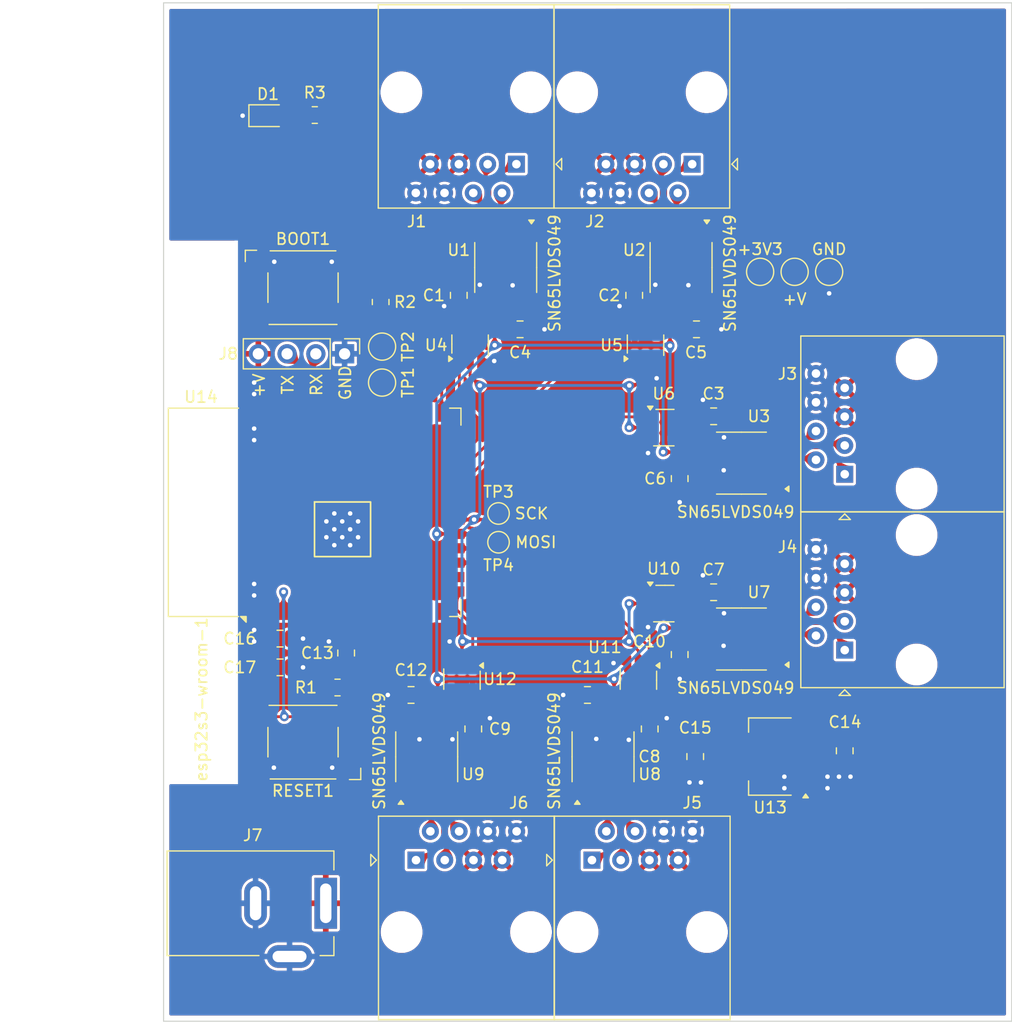
<source format=kicad_pcb>
(kicad_pcb (version 20241229) (generator "pcbnew") (generator_version "9.0")
  (layers (0 "F.Cu" signal) (2 "B.Cu" signal) (13 "F.Paste" user) (15 "B.Paste" user) (5 "F.SilkS" user "F.Silkscreen") (7 "B.SilkS" user "B.Silkscreen") (1 "F.Mask" user) (3 "B.Mask" user) (25 "Edge.Cuts" user))
  (net 0 "")
  (net 1 "+3V3")
  (net 2 "GND")
  (net 3 "Net-(D1-A)")
  (net 4 "/Dout_P")
  (net 5 "/Cout_N")
  (net 6 "/Cout_P")
  (net 9 "+12V")
  (net 10 "/Dout_N")
  (net 11 "/Dout_P2")
  (net 12 "/Cout_P2")
  (net 13 "/Dout_N2")
  (net 14 "/Cout_N2")
  (net 15 "/MOSI")
  (net 16 "/SCK")
  (net 17 "Net-(U2-DIN1)")
  (net 22 "/Dout_P3")
  (net 23 "/Cout_P3")
  (net 24 "/CS0")
  (net 25 "/CS1")
  (net 26 "/CS2")
  (net 27 "/CS3")
  (net 28 "/CS4")
  (net 29 "/CS5")
  (net 30 "/Cout_N3")
  (net 31 "/Dout_N3")
  (net 32 "/Cout_P4")
  (net 33 "/Dout_P4")
  (net 34 "/Dout_N4")
  (net 35 "/Cout_N4")
  (net 36 "/Dout_N5")
  (net 37 "/Dout_P5")
  (net 38 "/Cout_P5")
  (net 39 "/Cout_N5")
  (net 40 "/Cout_N6")
  (net 41 "/Cout_P6")
  (net 42 "/Dout_P6")
  (net 43 "/Dout_N6")
  (net 48 "Net-(U1-DIN1)")
  (net 55 "Net-(U7-DIN1)")
  (net 58 "Net-(U14-IO0)")
  (net 59 "Net-(U14-EN)")
  (net 60 "Net-(J8-Pin_2)")
  (net 61 "Net-(J8-Pin_3)")
  (net 65 "Net-(U3-DIN1)")
  (net 71 "Net-(U8-DIN1)")
  (net 82 "Net-(U9-DIN1)")
  (net 85 "Net-(U14-IO38)")
  (net 100 "Net-(U14-IO39)")
  (footprint "TestPoint:TestPoint_Pad_D2.0mm" (layer "F.Cu") (at 170.815 80.137)
    (property "Reference" "GND")
    (property "Value" "TestPoint_Pad_D2.0mm")
  )
  (footprint "Capacitor_SMD:C_0805_2012Metric" (layer "F.Cu") (at 158.984 122.936 -90)
    (property "Reference" "C15")
    (property "Value" "22uF")
  )
  (footprint "Capacitor_SMD:C_0805_2012Metric" (layer "F.Cu") (at 160.61 108.4295 180)
    (property "Reference" "C7")
    (property "Value" "100nF")
  )
  (footprint "Capacitor_SMD:C_0805_2012Metric" (layer "F.Cu") (at 154.9625 120.498 90)
    (property "Reference" "C8")
    (property "Value" "100nF")
  )
  (footprint "Capacitor_SMD:C_0805_2012Metric" (layer "F.Cu") (at 138.094 82.214 -90)
    (property "Reference" "C1")
    (property "Value" "100nF")
  )
  (footprint "Connector_RJ:RJ45_Amphenol_54602-x08_Horizontal" (layer "F.Cu") (at 172.192 98.0085 90)
    (property "Reference" "J3")
    (property "Value" "RJ45")
  )
  (footprint "Capacitor_SMD:C_0805_2012Metric" (layer "F.Cu") (at 143.51 85.214)
    (property "Reference" "C4")
    (property "Value" "4nF")
  )
  (footprint "Capacitor_SMD:C_0805_2012Metric" (layer "F.Cu") (at 159.094 85.214)
    (property "Reference" "C5")
    (property "Value" "4nF")
  )
  (footprint "Package_TO_SOT_SMD:SOT-23-5_HandSoldering" (layer "F.Cu") (at 156.21 93.894)
    (property "Reference" "U6")
    (property "Value" "74AHC1G08")
  )
  (footprint "Button_Switch_SMD:SW_SPST_Omron_B3FS-100xP" (layer "F.Cu") (at 124.333 81.534)
    (property "Reference" "BOOT1")
    (property "Value" "SW_Omron_B3FS")
  )
  (footprint "Resistor_SMD:R_0805_2012Metric" (layer "F.Cu") (at 125.3725 66.294 180)
    (property "Reference" "R3")
    (property "Value" "330")
  )
  (footprint "TestPoint:TestPoint_Pad_D2.0mm" (layer "F.Cu") (at 131.318 86.741)
    (property "Reference" "TP2")
    (property "Value" "TestPoint")
  )
  (footprint "Capacitor_SMD:C_0805_2012Metric" (layer "F.Cu") (at 149.4625 117.498 180)
    (property "Reference" "C11")
    (property "Value" "4nF")
  )
  (footprint "TestPoint:TestPoint_Pad_D2.0mm" (layer "F.Cu") (at 164.719 80.137)
    (property "Reference" "+3V3")
    (property "Value" "TestPoint_Pad_D2.0mm")
  )
  (footprint "Package_TO_SOT_SMD:SOT-23-5_HandSoldering" (layer "F.Cu") (at 153.9625 116.098 -90)
    (property "Reference" "U11")
    (property "Value" "74AHC1G08")
  )
  (footprint "LED_SMD:LED_0805_2012Metric" (layer "F.Cu") (at 121.238 66.352)
    (property "Reference" "D1")
    (property "Value" "LED" (hide yes))
  )
  (footprint "Package_TO_SOT_SMD:SOT-23-5_HandSoldering" (layer "F.Cu") (at 138.3762 116.098 -90)
    (property "Reference" "U12")
    (property "Value" "74AHC1G08")
  )
  (footprint "Capacitor_SMD:C_0805_2012Metric" (layer "F.Cu") (at 133.8762 117.498 180)
    (property "Reference" "C12")
    (property "Value" "4nF")
  )
  (footprint "Package_SO:TSSOP-16_4.4x5mm_P0.65mm" (layer "F.Cu") (at 163.068 97.028 180)
    (property "Reference" "U3")
    (property "Value" "SN65LVDS049")
  )
  (footprint "Package_SO:TSSOP-16_4.4x5mm_P0.65mm" (layer "F.Cu") (at 142.24 79.756 -90)
    (property "Reference" "U1")
    (property "Value" "SN65LVDS049")
  )
  (footprint "Capacitor_SMD:C_0805_2012Metric" (layer "F.Cu") (at 172.192 122.428 -90)
    (property "Reference" "C14")
    (property "Value" "10uF")
  )
  (footprint "Connector_RJ:RJ45_Amphenol_54602-x08_Horizontal" (layer "F.Cu") (at 158.7145 70.632 180)
    (property "Reference" "J2")
    (property "Value" "RJ45")
  )
  (footprint "Capacitor_SMD:C_0805_2012Metric" (layer "F.Cu") (at 139.3762 120.498 90)
    (property "Reference" "C9")
    (property "Value" "100nF")
  )
  (footprint "Capacitor_SMD:C_0805_2012Metric" (layer "F.Cu") (at 157.61 98.394 -90)
    (property "Reference" "C6")
    (property "Value" "4nF")
  )
  (footprint "Capacitor_SMD:C_0805_2012Metric" (layer "F.Cu") (at 157.61 113.9295 -90)
    (property "Reference" "C10")
    (property "Value" "4nF")
  )
  (footprint "RF_Module:ESP32-S3-WROOM-1" (layer "F.Cu") (at 125.337 101.373 90)
    (property "Reference" "U14")
    (property "Value" "ESP32-S3-WROOM-1")
  )
  (footprint "Resistor_SMD:R_0805_2012Metric" (layer "F.Cu") (at 127.381 116.84)
    (property "Reference" "R1")
    (property "Value" "10k")
  )
  (footprint "TestPoint:TestPoint_Pad_D2.0mm" (layer "F.Cu") (at 131.318 89.916)
    (property "Reference" "TP1")
    (property "Value" "TestPoint")
  )
  (footprint "Package_TO_SOT_SMD:SOT-23-5_HandSoldering" (layer "F.Cu") (at 154.594 86.614 90)
    (property "Reference" "U5")
    (property "Value" "74AHC1G08")
  )
  (footprint "Connector_PinHeader_2.54mm:PinHeader_1x04_P2.54mm_Vertical" (layer "F.Cu") (at 128.006 87.376 -90)
    (property "Reference" "J8")
    (property "Value" "Conn_01x04_Pin")
  )
  (footprint "TestPoint:TestPoint_Pad_D1.5mm" (layer "F.Cu") (at 141.605 101.473)
    (property "Reference" "TP3")
    (property "Value" "SCK")
  )
  (footprint "Button_Switch_SMD:SW_SPST_Omron_B3FS-100xP" (layer "F.Cu") (at 124.333 121.666 180)
    (property "Reference" "RESET1")
    (property "Value" "SW_Omron_B3FS")
  )
  (footprint "Resistor_SMD:R_0805_2012Metric" (layer "F.Cu") (at 131.191 82.804 -90)
    (property "Reference" "R2")
    (property "Value" "10k")
  )
  (footprint "Connector_RJ:RJ45_Amphenol_54602-x08_Horizontal" (layer "F.Cu") (at 143.185 70.632 180)
    (property "Reference" "J1")
    (property "Value" "RJ45")
  )
  (footprint "Connector_RJ:RJ45_Amphenol_54602-x08_Horizontal" (layer "F.Cu") (at 134.3152 132.08)
    (property "Reference" "J6")
    (property "Value" "RJ45")
  )
  (footprint "TestPoint:TestPoint_Pad_D1.5mm" (layer "F.Cu") (at 141.605 104.013)
    (property "Reference" "TP4")
    (property "Value" "MOSI")
  )
  (footprint "TestPoint:TestPoint_Pad_D2.0mm" (layer "F.Cu") (at 167.767 80.137)
    (property "Reference" "+V")
    (property "Value" "TestPoint_Pad_D2.0mm")
  )
  (footprint "Connector_RJ:RJ45_Amphenol_54602-x08_Horizontal" (layer "F.Cu") (at 172.192 113.538 90)
    (property "Reference" "J4")
    (property "Value" "RJ45")
  )
  (footprint "Capacitor_SMD:C_0805_2012Metric" (layer "F.Cu") (at 153.594 82.214 -90)
    (property "Reference" "C2")
    (property "Value" "100nF")
  )
  (footprint "Package_TO_SOT_SMD:SOT-23-5_HandSoldering" (layer "F.Cu") (at 139.094 86.614 90)
    (property "Reference" "U4")
    (property "Value" "74AHC1G08")
  )
  (footprint "Package_TO_SOT_SMD:SOT-23-5_HandSoldering" (layer "F.Cu") (at 156.21 109.4295)
    (property "Reference" "U10")
    (property "Value" "74AHC1G08")
  )
  (footprint "Connector_BarrelJack:BarrelJack_Kycon_KLDX-0202-xC_Horizontal" (layer "F.Cu") (at 126.342 135.89)
    (property "Reference" "J7")
    (property "Value" "Barrel_Jack_Switch")
  )
  (footprint "Capacitor_SMD:C_0805_2012Metric" (layer "F.Cu") (at 122.301 115.062)
    (property "Reference" "C17")
    (property "Value" "100nF")
  )
  (footprint "Package_SO:TSSOP-16_4.4x5mm_P0.65mm" (layer "F.Cu") (at 150.8405 122.956 90)
    (property "Reference" "U8")
    (property "Value" "SN65LVDS049")
  )
  (footprint "Package_SO:TSSOP-16_4.4x5mm_P0.65mm" (layer "F.Cu") (at 163.068 112.5575 180)
    (property "Reference" "U7")
    (property "Value" "SN65LVDS049")
  )
  (footprint "Capacitor_SMD:C_0805_2012Metric" (layer "F.Cu") (at 122.301 112.522)
    (property "Reference" "C16")
    (property "Value" "100nF")
  )
  (footprint "Capacitor_SMD:C_0805_2012Metric" (layer "F.Cu") (at 160.61 92.894 180)
    (property "Reference" "C3")
    (property "Value" "100nF")
  )
  (footprint "Capacitor_SMD:C_0805_2012Metric" (layer "F.Cu") (at 128.143 113.792 90)
    (property "Reference" "C13")
    (property "Value" "1uF")
  )
  (footprint "Connector_RJ:RJ45_Amphenol_54602-x08_Horizontal" (layer "F.Cu") (at 149.86 132.08)
    (property "Reference" "J5")
    (property "Value" "RJ45")
  )
  (footprint "Package_SO:TSSOP-16_4.4x5mm_P0.65mm" (layer "F.Cu") (at 135.2602 122.956 90)
    (property "Reference" "U9")
    (property "Value" "SN65LVDS049")
  )
  (footprint "Package_SO:TSSOP-16_4.4x5mm_P0.65mm" (layer "F.Cu") (at 157.734 79.756 -90)
    (property "Reference" "U2")
    (property "Value" "SN65LVDS049")
  )
  (footprint "Package_TO_SOT_SMD:SOT-223-3_TabPin2" (layer "F.Cu") (at 165.608 122.936 180)
    (property "Reference" "U13")
    (property "Value" "AZ1117-3.3")
  )
  (gr_rect (start 125.349 100.457) (end 130.302 105.283) (stroke (width 0.15)) (fill no) (layer "F.SilkS"))
  (gr_line (start 112.014 146.304) (end 186.944 146.304) (stroke (width 0.1)) (layer "Edge.Cuts"))
  (gr_line (start 186.944 146.304) (end 186.944 56.388) (stroke (width 0.1)) (layer "Edge.Cuts"))
  (gr_line (start 112.014 146.304) (end 112.014 56.388) (stroke (width 0.1)) (layer "Edge.Cuts"))
  (gr_line (start 112.014 56.388) (end 186.944 56.388) (stroke (width 0.1)) (layer "Edge.Cuts"))
  (gr_text "esp32s3-wroom-1" (at 115.951 125.222 90) (layer "F.SilkS") (effects (font (size 1 1)) (justify left bottom)))
  (gr_text "+V" (at 121.031 91.313 90) (layer "F.SilkS") (effects (font (size 1 1)) (justify left bottom)))
  (gr_text "RX" (at 126.111 91.186 90) (layer "F.SilkS") (effects (font (size 1 1)) (justify left bottom)))
  (gr_text "GND" (at 128.651 91.567 90) (layer "F.SilkS") (effects (font (size 1 1)) (justify left bottom)))
  (gr_text "TX" (at 123.571 91.059 90) (layer "F.SilkS") (effects (font (size 1 1)) (justify left bottom)))
  (segment (start 126.285 66.294) (end 126.285 77.169) (width 0.25) (layer "F.Cu") (net 1))
  (segment (start 168.738 122.936) (end 165.08 122.936) (width 1) (layer "F.Cu") (net 1))
  (segment (start 126.238 77.216) (end 126.285 77.169) (width 0.25) (layer "F.Cu") (net 1))
  (segment (start 120.077 110.123) (end 120.077 108.774) (width 0.75) (layer "F.Cu") (net 2))
  (segment (start 141.224 88.011) (end 141.097 88.011) (width 0.25) (layer "F.Cu") (net 2))
  (segment (start 142.852036 81.330161) (end 142.852036 81.429964) (width 0.25) (layer "F.Cu") (net 2))
  (segment (start 142.852036 81.429964) (end 142.565 81.717) (width 0.25) (layer "F.Cu") (net 2))
  (segment (start 150.240781 121.376723) (end 150.5155 121.102004) (width 0.25) (layer "F.Cu") (net 2))
  (segment (start 159.66 91.44) (end 159.66 92.894) (width 0.25) (layer "F.Cu") (net 2))
  (segment (start 154.813 96.139) (end 154.813 96.012) (width 0.25) (layer "F.Cu") (net 2))
  (segment (start 141.05 87.964) (end 140.044 87.964) (width 0.25) (layer "F.Cu") (net 2))
  (segment (start 150.5155 121.102004) (end 150.5155 120.0935) (width 0.25) (layer "F.Cu") (net 2))
  (segment (start 120.015 94.996) (end 120.015 93.98) (width 0.75) (layer "F.Cu") (net 2))
  (segment (start 137.5352 121.412) (end 137.5352 120.0935) (width 0.25) (layer "F.Cu") (net 2))
  (segment (start 161.524 94.753) (end 160.2055 94.753) (width 0.25) (layer "F.Cu") (net 2))
  (segment (start 158.984 123.886) (end 158.984 124.714) (width 0.75) (layer "F.Cu") (net 2))
  (segment (start 128.297 79.248) (end 128.333 79.284) (width 0.25) (layer "F.Cu") (net 2))
  (segment (start 120.015 107.696) (end 120.015 108.712) (width 0.75) (layer "F.Cu") (net 2))
  (segment (start 139.965 82.6185) (end 139.965 81.291) (width 0.25) (layer "F.Cu") (net 2))
  (segment (start 152.9455 114.681) (end 153.0125 114.748) (width 0.25) (layer "F.Cu") (net 2))
  (segment (start 154.813 96.012) (end 154.86 95.965) (width 0.25) (layer "F.Cu") (net 2))
  (segment (start 161.1951 97.353) (end 160.2055 97.353) (width 0.25) (layer "F.Cu") (net 2))
  (segment (start 161.524 110.2825) (end 160.2055 110.2825) (width 0.25) (layer "F.Cu") (net 2))
  (segment (start 126.873 79.248) (end 128.297 79.248) (width 0.25) (layer "F.Cu") (net 2))
  (segment (start 172.192 124.206) (end 172.7 124.714) (width 0.75) (layer "F.Cu") (net 2))
  (segment (start 121.793 79.248) (end 120.369 79.248) (width 0.25) (layer "F.Cu") (net 2))
  (segment (start 120.077 92.623) (end 120.077 93.918) (width 0.75) (layer "F.Cu") (net 2))
  (segment (start 141.097 88.011) (end 141.05 87.964) (width 0.25) (layer "F.Cu") (net 2))
  (segment (start 172.192 124.206) (end 171.684 124.714) (width 0.75) (layer "F.Cu") (net 2))
  (segment (start 168.738 125.236) (end 167.38 125.236) (width 0.75) (layer "F.Cu") (net 2))
  (segment (start 152.294 83.164) (end 153.594 83.164) (width 0.25) (layer "F.Cu") (net 2))
  (segment (start 120.077 111.698) (end 120.015 111.76) (width 0.75) (layer "F.Cu") (net 2))
  (segment (start 137.4262 114.748) (end 137.4262 112.9152) (width 0.25) (layer "F.Cu") (net 2))
  (segment (start 155.544 89.377) (end 155.544 87.964) (width 0.25) (layer "F.Cu") (net 2))
  (segment (start 120.077 92.623) (end 120.077 90.994) (width 0.75) (layer "F.Cu") (net 2))
  (segment (start 161.501096 97.658996) (end 161.1951 97.353) (width 0.25) (layer "F.Cu") (net 2))
  (segment (start 170.815 82.042) (end 170.815 80.137) (width 0.25) (layer "F.Cu") (net 2))
  (segment (start 157.61 100.48) (end 157.61 99.344) (width 0.25) (layer "F.Cu") (net 2))
  (segment (start 159.66 106.934) (end 159.66 108.4295) (width 0.25) (layer "F.Cu") (net 2))
  (segment (start 139.965 81.291) (end 139.954 81.28) (width 0.25) (layer "F.Cu") (net 2))
  (segment (start 168.738 125.236) (end 170.146 125.236) (width 0.75) (layer "F.Cu") (net 2))
  (segment (start 168.738 125.236) (end 170.174 125.236) (width 0.75) (layer "F.Cu") (net 2))
  (segment (start 158.984 124.714) (end 159.492 125.222) (width 0.75) (layer "F.Cu") (net 2))
  (segment (start 158.378912 81.318038) (end 158.059 81.63795) (width 0.25) (layer "F.Cu") (net 2))
  (segment (start 128.333 123.916) (end 126.909 123.916) (width 0.25) (layer "F.Cu") (net 2))
  (segment (start 167.38 125.236) (end 166.858 124.714) (width 0.75) (layer "F.Cu") (net 2))
  (segment (start 161.488723 113.157219) (end 161.214004 112.8825) (width 0.25) (layer "F.Cu") (net 2))
  (segment (start 155.459 81.28) (end 155.459 82.6185) (width 0.25) (layer "F.Cu") (net 2))
  (segment (start 131.826 117.498) (end 132.9262 117.498) (width 0.25) (layer "F.Cu") (net 2))
  (segment (start 134.9352 121.0968) (end 134.9352 120.0935) (width 0.25) (layer "F.Cu") (net 2))
  (segment (start 155.575 89.408) (end 155.544 89.377) (width 0.25) (layer "F.Cu") (net 2))
  (segment (start 123.251 112.522) (end 124.333 112.522) (width 0.25) (layer "F.Cu") (net 2))
  (segment (start 154.813 111.506) (end 154.813 110.4265) (width 0.25) (layer "F.Cu") (net 2))
  (segment (start 128.077 112.776) (end 128.143 112.842) (width 0.25) (layer "F.Cu") (net 2))
  (segment (start 120.077 93.918) (end 120.015 93.98) (width 0.75) (layer "F.Cu") (net 2))
  (segment (start 134.62 121.412) (end 134.9352 121.0968) (width 0.25) (layer "F.Cu") (net 2))
  (segment (start 158.059 81.63795) (end 158.059 82.6185) (width 0.25) (layer "F.Cu") (net 2))
  (segment (start 155.575 89.535) (end 155.575 89.408) (width 0.25) (layer "F.Cu") (net 2))
  (segment (start 120.015 89.916) (end 120.015 90.932) (width 0.75) (layer "F.Cu") (net 2))
  (segment (start 157.61 114.8795) (end 157.61 116.078) (width 0.25) (layer "F.Cu") (net 2))
  (segment (start 154.86 95.965) (end 154.86 94.844) (width 0.25) (layer "F.Cu") (net 2))
  (segment (start 170.146 125.236) (end 170.668 124.714) (width 0.75) (layer "F.Cu") (net 2))
  (segment (start 120.077 90.994) (end 120.015 90.932) (width 0.75) (layer "F.Cu") (net 2))
  (segment (start 161.29 85.214) (end 160.044 85.214) (width 0.25) (layer "F.Cu") (net 2))
  (segment (start 145.666 85.214) (end 144.46 85.214) (width 0.25) (layer "F.Cu") (net 2))
  (segment (start 120.369 79.248) (end 120.333 79.284) (width 0.25) (layer "F.Cu") (net 2))
  (segment (start 123.251 115.062) (end 124.333 115.062) (width 0.25) (layer "F.Cu") (net 2))
  (segment (start 120.077 108.774) (end 120.015 108.712) (width 0.75) (layer "F.Cu") (net 2))
  (segment (start 158.984 124.714) (end 158.476 125.222) (width 0.75) (layer "F.Cu") (net 2))
  (segment (start 120.077 110.123) (end 120.077 111.698) (width 0.75) (layer "F.Cu") (net 2))
  (segment (start 120.3005 66.352) (end 118.9975 66.352) (width 0.25) (layer "F.Cu") (net 2))
  (segment (start 136.8 83.164) (end 138.094 83.164) (width 0.25) (layer "F.Cu") (net 2))
  (segment (start 154.813 110.4265) (end 154.86 110.3795) (width 0.25) (layer "F.Cu") (net 2))
  (segment (start 172.192 123.378) (end 172.192 124.206) (width 0.75) (layer "F.Cu") (net 2))
  (segment (start 156.464 119.548) (end 154.9625 119.548) (width 0.25) (layer "F.Cu") (net 2))
  (segment (start 167.352 125.236) (end 166.858 125.73) (width 0.75) (layer "F.Cu") (net 2))
  (segment (start 120.015 112.776) (end 120.015 111.76) (width 0.75) (layer "F.Cu") (net 2))
  (segment (start 147.32 117.498) (end 148.5125 117.498) (width 0.25) (layer "F.Cu") (net 2))
  (segment (start 142.565 81.717) (end 142.565 82.6185) (width 0.25) (layer "F.Cu") (net 2))
  (segment (start 140.843 119.548) (end 139.3762 119.548) (width 0.25) (layer "F.Cu") (net 2))
  (segment (start 137.4262 112.9152) (end 137.287 112.776) (width 0.25) (layer "F.Cu") (net 2))
  (segment (start 168.738 125.236) (end 167.352 125.236) (width 0.75) (layer "F.Cu") (net 2))
  (segment (start 120.333 123.916) (end 121.757 123.916) (width 0.25) (layer "F.Cu") (net 2))
  (segment (start 153.1155 121.4585) (end 153.1155 120.0935) (width 0.25) (layer "F.Cu") (net 2))
  (segment (start 151.765 114.681) (end 152.9455 114.681) (width 0.25) (layer "F.Cu") (net 2))
  (segment (start 170.174 125.236) (end 170.668 125.73) (width 0.75) (layer "F.Cu") (net 2))
  (segment (start 161.214004 112.8825) (end 160.2055 112.8825) (width 0.25) (layer "F.Cu") (net 2))
  (segment (start 126.619 112.776) (end 128.077 112.776) (width 0.25) (layer "F.Cu") (net 2))
  (via (at 158.476 125.222) (size 0.8) (drill 0.4) (layers "F.Cu" "B.Cu") (net 2))
  (via (at 156.464 119.548) (size 0.8) (drill 0.4) (layers "F.Cu" "B.Cu") (net 2))
  (via (at 159.492 125.222) (size 0.8) (drill 0.4) (layers "F.Cu" "B.Cu") (net 2))
  (via (at 157.61 100.48) (size 0.8) (drill 0.4) (layers "F.Cu" "B.Cu") (net 2))
  (via (at 121.757 123.916) (size 0.8) (drill 0.4) (layers "F.Cu" "B.Cu") (net 2))
  (via (at 166.858 125.73) (size 0.8) (drill 0.4) (layers "F.Cu" "B.Cu") (net 2))
  (via (at 159.66 91.44) (size 0.8) (drill 0.4) (layers "F.Cu" "B.Cu") (net 2))
  (via (at 170.668 124.714) (size 0.8) (drill 0.4) (layers "F.Cu" "B.Cu") (net 2))
  (via (at 171.684 124.714) (size 0.8) (drill 0.4) (layers "F.Cu" "B.Cu") (net 2))
  (via (at 142.852036 81.330161) (size 0.8) (drill 0.4) (layers "F.Cu" "B.Cu") (net 2))
  (via (at 158.378912 81.318038) (size 0.8) (drill 0.4) (layers "F.Cu" "B.Cu") (net 2))
  (via (at 152.294 83.164) (size 0.8) (drill 0.4) (layers "F.Cu" "B.Cu") (net 2))
  (via (at 120.015 107.696) (size 0.8) (drill 0.4) (layers "F.Cu" "B.Cu") (net 2))
  (via (at 145.666 85.214) (size 0.8) (drill 0.4) (layers "F.Cu" "B.Cu") (net 2))
  (via (at 140.843 119.548) (size 0.8) (drill 0.4) (layers "F.Cu" "B.Cu") (net 2))
  (via (at 121.793 79.248) (size 0.8) (drill 0.4) (layers "F.Cu" "B.Cu") (net 2))
  (via (at 124.333 115.062) (size 0.8) (drill 0.4) (layers "F.Cu" "B.Cu") (net 2))
  (via (at 170.815 82.042) (size 0.8) (drill 0.4) (layers "F.Cu" "B.Cu") (net 2))
  (via (at 120.015 111.76) (size 0.8) (drill 0.4) (layers "F.Cu" "B.Cu") (net 2))
  (via (at 155.459 81.28) (size 0.8) (drill 0.4) (layers "F.Cu" "B.Cu") (net 2))
  (via (at 126.873 79.248) (size 0.8) (drill 0.4) (layers "F.Cu" "B.Cu") (net 2))
  (via (at 161.29 85.214) (size 0.8) (drill 0.4) (layers "F.Cu" "B.Cu") (net 2))
  (via (at 120.015 112.776) (size 0.8) (drill 0.4) (layers "F.Cu" "B.Cu") (net 2))
  (via (at 172.7 124.714) (size 0.8) (drill 0.4) (layers "F.Cu" "B.Cu") (net 2))
  (via (at 126.909 123.916) (size 0.8) (drill 0.4) (layers "F.Cu" "B.Cu") (net 2))
  (via (at 131.826 117.498) (size 0.8) (drill 0.4) (layers "F.Cu" "B.Cu") (net 2))
  (via (at 159.66 106.934) (size 0.8) (drill 0.4) (layers "F.Cu" "B.Cu") (net 2))
  (via (at 161.524 110.2825) (size 0.8) (drill 0.4) (layers "F.Cu" "B.Cu") (net 2))
  (via (at 118.9975 66.352) (size 0.8) (drill 0.4) (layers "F.Cu" "B.Cu") (net 2))
  (via (at 161.524 94.753) (size 0.8) (drill 0.4) (layers "F.Cu" "B.Cu") (net 2))
  (via (at 151.765 114.681) (size 0.8) (drill 0.4) (layers "F.Cu" "B.Cu") (net 2))
  (via (at 137.5352 121.412) (size 0.8) (drill 0.4) (layers "F.Cu" "B.Cu") (net 2))
  (via (at 137.287 112.776) (size 0.8) (drill 0.4) (layers "F.Cu" "B.Cu") (net 2))
  (via (at 134.62 121.412) (size 0.8) (drill 0.4) (layers "F.Cu" "B.Cu") (net 2))
  (via (at 157.61 116.078) (size 0.8) (drill 0.4) (layers "F.Cu" "B.Cu") (net 2))
  (via (at 155.575 89.535) (size 0.8) (drill 0.4) (layers "F.Cu" "B.Cu") (net 2))
  (via (at 150.240781 121.376723) (size 0.8) (drill 0.4) (layers "F.Cu" "B.Cu") (net 2))
  (via (at 124.333 112.522) (size 0.8) (drill 0.4) (layers "F.Cu" "B.Cu") (net 2))
  (via (at 139.954 81.28) (size 0.8) (drill 0.4) (layers "F.Cu" "B.Cu") (net 2))
  (via (at 120.015 108.712) (size 0.8) (drill 0.4) (layers "F.Cu" "B.Cu") (net 2))
  (via (at 170.668 125.73) (size 0.8) (drill 0.4) (layers "F.Cu" "B.Cu") (net 2))
  (via (at 166.858 124.714) (size 0.8) (drill 0.4) (layers "F.Cu" "B.Cu") (net 2))
  (via (at 120.015 93.98) (size 0.8) (drill 0.4) (layers "F.Cu" "B.Cu") (net 2))
  (via (at 154.813 111.506) (size 0.8) (drill 0.4) (layers "F.Cu" "B.Cu") (net 2))
  (via (at 161.501096 97.658996) (size 0.8) (drill 0.4) (layers "F.Cu" "B.Cu") (net 2))
  (via (at 141.224 88.011) (size 0.8) (drill 0.4) (layers "F.Cu" "B.Cu") (net 2))
  (via (at 120.015 89.916) (size 0.8) (drill 0.4) (layers "F.Cu" "B.Cu") (net 2))
  (via (at 120.015 94.996) (size 0.8) (drill 0.4) (layers "F.Cu" "B.Cu") (net 2))
  (via (at 136.8 83.164) (size 0.8) (drill 0.4) (layers "F.Cu" "B.Cu") (net 2))
  (via (at 147.32 117.498) (size 0.8) (drill 0.4) (layers "F.Cu" "B.Cu") (net 2))
  (via (at 126.619 112.776) (size 0.8) (drill 0.4) (layers "F.Cu" "B.Cu") (net 2))
  (via (at 120.015 90.932) (size 0.8) (drill 0.4) (layers "F.Cu" "B.Cu") (net 2))
  (via (at 161.488723 113.157219) (size 0.8) (drill 0.4) (layers "F.Cu" "B.Cu") (net 2))
  (via (at 153.1155 121.4585) (size 0.8) (drill 0.4) (layers "F.Cu" "B.Cu") (net 2))
  (via (at 154.813 96.139) (size 0.8) (drill 0.4) (layers "F.Cu" "B.Cu") (net 2))
  (segment (start 122.1755 66.352) (end 124.328 66.352) (width 0.25) (layer "F.Cu") (net 3))
  (segment (start 141.365 75.687249) (end 141.365 74.3852) (width 0.2) (layer "F.Cu") (net 4))
  (segment (start 140.864 73.8842) (end 140.864 72.496) (width 0.2) (layer "F.Cu") (net 4))
  (segment (start 142.728 70.632) (end 143.185 70.632) (width 0.2) (layer "F.Cu") (net 4))
  (segment (start 140.864 72.496) (end 142.728 70.632) (width 0.2) (layer "F.Cu") (net 4))
  (segment (start 141.265 75.787249) (end 141.365 75.687249) (width 0.2) (layer "F.Cu") (net 4))
  (segment (start 141.365 74.3852) (end 140.864 73.8842) (width 0.2) (layer "F.Cu") (net 4))
  (segment (start 141.265 76.8935) (end 141.265 75.787249) (width 0.2) (layer "F.Cu") (net 4))
  (segment (start 140.463 71.724455) (end 140.463 70.814) (width 0.2) (layer "F.Cu") (net 5))
  (segment (start 140.466 72.257632) (end 140.466 71.925432) (width 0.2) (layer "F.Cu") (net 5))
  (segment (start 140.463 72.260632) (end 140.466 72.257632) (width 0.2) (layer "F.Cu") (net 5))
  (segment (start 140.466 71.925432) (end 140.466 71.727455) (width 0.2) (layer "F.Cu") (net 5))
  (segment (start 140.615 76.8935) (end 140.615 75.787249) (width 0.2) (layer "F.Cu") (net 5))
  (segment (start 140.615 75.787249) (end 140.463 75.635249) (width 0.2) (layer "F.Cu") (net 5))
  (segment (start 140.463 75.635249) (end 140.463 72.260632) (width 0.2) (layer "F.Cu") (net 5))
  (segment (start 140.463 70.814) (end 140.645 70.632) (width 0.2) (layer "F.Cu") (net 5))
  (segment (start 140.466 71.727455) (end 140.463 71.724455) (width 0.2) (layer "F.Cu") (net 5))
  (segment (start 139.965 75.787249) (end 140.01302 75.739229) (width 0.2) (layer "F.Cu") (net 6))
  (segment (start 140.01302 73.81002) (end 139.375 73.172) (width 0.2) (layer "F.Cu") (net 6))
  (segment (start 139.965 76.8935) (end 139.965 75.787249) (width 0.2) (layer "F.Cu") (net 6))
  (segment (start 140.01302 75.739229) (end 140.01302 73.81002) (width 0.2) (layer "F.Cu") (net 6))
  (segment (start 141.815 75.687249) (end 141.815 73.272) (width 0.2) (layer "F.Cu") (net 10))
  (segment (start 141.915 75.787249) (end 141.815 75.687249) (width 0.2) (layer "F.Cu") (net 10))
  (segment (start 141.815 73.272) (end 141.915 73.172) (width 0.2) (layer "F.Cu") (net 10))
  (segment (start 141.915 76.8935) (end 141.915 75.787249) (width 0.2) (layer "F.Cu") (net 10))
  (segment (start 156.3935 72.4605) (end 158.222 70.632) (width 0.2) (layer "F.Cu") (net 11))
  (segment (start 156.759 76.8935) (end 156.759 75.787249) (width 0.2) (layer "F.Cu") (net 11))
  (segment (start 156.3935 73.9) (end 156.3935 72.4605) (width 0.2) (layer "F.Cu") (net 11))
  (segment (start 156.859 74.3655) (end 156.3935 73.9) (width 0.2) (layer "F.Cu") (net 11))
  (segment (start 156.759 75.787249) (end 156.859 75.687249) (width 0.2) (layer "F.Cu") (net 11))
  (segment (start 158.222 70.632) (end 158.7145 70.632) (width 0.2) (layer "F.Cu") (net 11))
  (segment (start 156.859 75.687249) (end 156.859 74.3655) (width 0.2) (layer "F.Cu") (net 11))
  (segment (start 155.459 75.787249) (end 155.559 75.687249) (width 0.2) (layer "F.Cu") (net 12))
  (segment (start 155.459 76.8935) (end 155.459 75.787249) (width 0.2) (layer "F.Cu") (net 12))
  (segment (start 155.559 73.8265) (end 154.9045 73.172) (width 0.2) (layer "F.Cu") (net 12))
  (segment (start 155.559 75.687249) (end 155.559 73.8265) (width 0.2) (layer "F.Cu") (net 12))
  (segment (start 157.309 75.687249) (end 157.409 75.787249) (width 0.2) (layer "F.Cu") (net 13))
  (segment (start 157.309 73.3075) (end 157.309 75.687249) (width 0.2) (layer "F.Cu") (net 13))
  (segment (start 157.4445 73.172) (end 157.309 73.3075) (width 0.2) (layer "F.Cu") (net 13))
  (segment (start 157.409 75.787249) (end 157.409 76.8935) (width 0.2) (layer "F.Cu") (net 13))
  (segment (start 155.96 70.8465) (end 155.96 75.638249) (width 0.2) (layer "F.Cu") (net 14))
  (segment (start 156.109 75.787249) (end 156.109 76.8935) (width 0.2) (layer "F.Cu") (net 14))
  (segment (start 155.96 75.638249) (end 156.109 75.787249) (width 0.2) (layer "F.Cu") (net 14))
  (segment (start 156.1745 70.632) (end 155.96 70.8465) (width 0.2) (layer "F.Cu") (net 14))
  (segment (start 141.265 82.6185) (end 141.265 86.614) (width 0.25) (layer "F.Cu") (net 15))
  (segment (start 141.265 86.614) (end 141.265 86.655) (width 0.25) (layer "F.Cu") (net 15))
  (segment (start 136.2352 120.0935) (end 136.2352 116.078) (width 0.25) (layer "F.Cu") (net 15))
  (segment (start 160.2055 111.5825) (end 156.19 111.5825) (width 0.25) (layer "F.Cu") (net 15))
  (segment (start 140.87 103.278) (end 141.605 104.013) (width 0.25) (layer "F.Cu") (net 15))
  (segment (start 151.8155 120.0935) (end 151.8155 116.078) (width 0.25) (layer "F.Cu") (net 15))
  (segment (start 137.837 103.278) (end 140.87 103.278) (width 0.25) (layer "F.Cu") (net 15))
  (segment (start 160.2055 96.053) (end 156.149 96.053) (width 0.25) (layer "F.Cu") (net 15))
  (segment (start 136.144 103.278) (end 137.837 103.278) (width 0.25) (layer "F.Cu") (net 15))
  (segment (start 156.759 82.6185) (end 156.759 86.655) (width 0.25) (layer "F.Cu") (net 15))
  (via (at 156.149 96.053) (size 0.8) (drill 0.4) (layers "F.Cu" "B.Cu") (net 15))
  (via (at 136.2352 116.078) (size 0.8) (drill 0.4) (layers "F.Cu" "B.Cu") (net 15))
  (via (at 136.144 103.278) (size 0.8) (drill 0.4) (layers "F.Cu" "B.Cu") (net 15))
  (via (at 156.759 86.655) (size 0.8) (drill 0.4) (layers "F.Cu" "B.Cu") (net 15))
  (via (at 156.19 111.5825) (size 0.8) (drill 0.4) (layers "F.Cu" "B.Cu") (net 15))
  (via (at 151.8155 116.078) (size 0.8) (drill 0.4) (layers "F.Cu" "B.Cu") (net 15))
  (via (at 141.265 86.614) (size 0.8) (drill 0.4) (layers "F.Cu" "B.Cu") (net 15))
  (segment (start 136.144 103.278) (end 136.144 91.735) (width 0.25) (layer "B.Cu") (net 15))
  (segment (start 136.144 91.735) (end 141.265 86.614) (width 0.25) (layer "B.Cu") (net 15))
  (segment (start 156.149 91.247) (end 156.759 90.637) (width 0.25) (layer "B.Cu") (net 15))
  (segment (start 156.759 86.655) (end 156.718 86.614) (width 0.25) (layer "B.Cu") (net 15))
  (segment (start 151.8155 115.957) (end 156.19 111.5825) (width 0.25) (layer "B.Cu") (net 15))
  (segment (start 156.718 86.614) (end 141.265 86.614) (width 0.25) (layer "B.Cu") (net 15))
  (segment (start 151.8155 116.078) (end 151.8155 115.957) (width 0.25) (layer "B.Cu") (net 15))
  (segment (start 156.19 111.5825) (end 156.1135 111.5825) (width 0.25) (layer "B.Cu") (net 15))
  (segment (start 156.149 96.053) (end 156.149 91.247) (width 0.25) (layer "B.Cu") (net 15))
  (segment (start 156.759 90.637) (end 156.759 86.655) (width 0.25) (layer "B.Cu") (net 15))
  (segment (start 136.144 115.9868) (end 136.2352 116.078) (width 0.25) (layer "B.Cu") (net 15))
  (segment (start 151.8155 116.078) (end 136.2352 116.078) (width 0.25) (layer "B.Cu") (net 15))
  (segment (start 136.144 103.278) (end 136.144 115.9868) (width 0.25) (layer "B.Cu") (net 15))
  (segment (start 153.142 93.894) (end 154.86 93.894) (width 0.25) (layer "F.Cu") (net 16))
  (segment (start 137.837 102.008) (end 139.446 102.008) (width 0.25) (layer "F.Cu") (net 16))
  (segment (start 138.3762 112.8298) (end 138.3762 114.748) (width 0.25) (layer "F.Cu") (net 16))
  (segment (start 139.094 89.31) (end 139.094 87.964) (width 0.25) (layer "F.Cu") (net 16))
  (segment (start 153.67 90.17) (end 154.594 89.246) (width 0.25) (layer "F.Cu") (net 16))
  (segment (start 139.446 102.008) (end 141.07 102.008) (width 0.25) (layer "F.Cu") (net 16))
  (segment (start 153.142 112.776) (end 153.9625 113.5965) (width 0.25) (layer "F.Cu") (net 16))
  (segment (start 154.594 89.246) (end 154.594 87.964) (width 0.25) (layer "F.Cu") (net 16))
  (segment (start 139.954 90.17) (end 139.094 89.31) (width 0.25) (layer "F.Cu") (net 16))
  (segment (start 141.07 102.008) (end 141.605 101.473) (width 0.25) (layer "F.Cu") (net 16))
  (segment (start 138.43 112.776) (end 138.3762 112.8298) (width 0.25) (layer "F.Cu") (net 16))
  (segment (start 154.86 109.4295) (end 153.142 109.4295) (width 0.25) (layer "F.Cu") (net 16))
  (segment (start 153.162 90.17) (end 153.67 90.17) (width 0.25) (layer "F.Cu") (net 16))
  (segment (start 153.9625 113.5965) (end 153.9625 114.748) (width 0.25) (layer "F.Cu") (net 16))
  (via (at 153.142 112.776) (size 0.8) (drill 0.4) (layers "F.Cu" "B.Cu") (net 16))
  (via (at 139.954 90.17) (size 0.8) (drill 0.4) (layers "F.Cu" "B.Cu") (net 16))
  (via (at 138.43 112.776) (size 0.8) (drill 0.4) (layers "F.Cu" "B.Cu") (net 16))
  (via (at 153.142 109.4295) (size 0.8) (drill 0.4) (layers "F.Cu" "B.Cu") (net 16))
  (via (at 153.162 90.17) (size 0.8) (drill 0.4) (layers "F.Cu" "B.Cu") (net 16))
  (via (at 139.446 102.008) (size 0.8) (drill 0.4) (layers "F.Cu" "B.Cu") (net 16))
  (via (at 153.142 93.894) (size 0.8) (drill 0.4) (layers "F.Cu" "B.Cu") (net 16))
  (segment (start 139.954 101.5) (end 139.446 102.008) (width 0.25) (layer "B.Cu") (net 16))
  (segment (start 138.3762 103.0778) (end 139.446 102.008) (width 0.25) (layer "B.Cu") (net 16))
  (segment (start 139.954 90.17) (end 139.954 101.5) (width 0.25) (layer "B.Cu") (net 16))
  (segment (start 138.43 112.776) (end 153.142 112.776) (width 0.25) (layer "B.Cu") (net 16))
  (segment (start 153.142 93.894) (end 153.142 90.19) (width 0.25) (layer "B.Cu") (net 16))
  (segment (start 153.142 90.19) (end 153.162 90.17) (width 0.25) (layer "B.Cu") (net 16))
  (segment (start 138.3762 112.7222) (end 138.3762 103.0778) (width 0.25) (layer "B.Cu") (net 16))
  (segment (start 138.43 112.776) (end 138.3762 112.7222) (width 0.25) (layer "B.Cu") (net 16))
  (segment (start 153.162 90.17) (end 139.954 90.17) (width 0.25) (layer "B.Cu") (net 16))
  (segment (start 153.142 112.776) (end 153.142 109.4295) (width 0.25) (layer "B.Cu") (net 16))
  (segment (start 155.544 84.232) (end 156.109 83.667) (width 0.25) (layer "F.Cu") (net 17))
  (segment (start 155.544 85.264) (end 155.544 84.232) (width 0.25) (layer "F.Cu") (net 17))
  (segment (start 156.109 83.667) (end 156.109 82.6185) (width 0.25) (layer "F.Cu") (net 17))
  (segment (start 165.9305 96.053) (end 167.036751 96.053) (width 0.2) (layer "F.Cu") (net 22))
  (segment (start 168.9605 95.6875) (end 170.3435 95.6875) (width 0.2) (layer "F.Cu") (net 22))
  (segment (start 170.3435 95.6875) (end 172.192 97.536) (width 0.2) (layer "F.Cu") (net 22))
  (segment (start 167.136751 96.153) (end 168.495 96.153) (width 0.2) (layer "F.Cu") (net 22))
  (segment (start 172.192 97.536) (end 172.192 98.0085) (width 0.2) (layer "F.Cu") (net 22))
  (segment (start 168.495 96.153) (end 168.9605 95.6875) (width 0.2) (layer "F.Cu") (net 22))
  (segment (start 167.036751 96.053) (end 167.136751 96.153) (width 0.2) (layer "F.Cu") (net 22))
  (segment (start 165.9305 94.753) (end 167.036751 94.753) (width 0.2) (layer "F.Cu") (net 23))
  (segment (start 167.036751 94.753) (end 167.136751 94.853) (width 0.2) (layer "F.Cu") (net 23))
  (segment (start 168.9975 94.853) (end 169.652 94.1985) (width 0.2) (layer "F.Cu") (net 23))
  (segment (start 167.136751 94.853) (end 168.9975 94.853) (width 0.2) (layer "F.Cu") (net 23))
  (segment (start 139.7 94.996) (end 139.038 95.658) (width 0.25) (layer "F.Cu") (net 24))
  (segment (start 138.144 91.408) (end 139.7 92.964) (width 0.25) (layer "F.Cu") (net 24))
  (segment (start 138.144 87.964) (end 138.144 91.408) (width 0.25) (layer "F.Cu") (net 24))
  (segment (start 139.038 95.658) (end 137.837 95.658) (width 0.25) (layer "F.Cu") (net 24))
  (segment (start 139.7 92.964) (end 139.7 94.996) (width 0.25) (layer "F.Cu") (net 24))
  (segment (start 139.038 96.928) (end 148.002 87.964) (width 0.25) (layer "F.Cu") (net 25))
  (segment (start 137.837 96.928) (end 139.038 96.928) (width 0.25) (layer "F.Cu") (net 25))
  (segment (start 148.002 87.964) (end 153.644 87.964) (width 0.25) (layer "F.Cu") (net 25))
  (segment (start 137.837 98.198) (end 139.038 98.198) (width 0.25) (layer "F.Cu") (net 26))
  (segment (start 139.038 98.198) (end 144.292 92.944) (width 0.25) (layer "F.Cu") (net 26))
  (segment (start 154.86 92.944) (end 144.292 92.944) (width 0.25) (layer "F.Cu") (net 26))
  (segment (start 138.938 104.548) (end 142.8695 108.4795) (width 0.25) (layer "F.Cu") (net 27))
  (segment (start 154.86 108.4795) (end 142.8695 108.4795) (width 0.25) (layer "F.Cu") (net 27))
  (segment (start 137.837 104.548) (end 138.938 104.548) (width 0.25) (layer "F.Cu") (net 27))
  (segment (start 154.9125 113.2565) (end 152.654 110.998) (width 0.25) (layer "F.Cu") (net 28))
  (segment (start 138.965 105.818) (end 137.837 105.818) (width 0.25) (layer "F.Cu") (net 28))
  (segment (start 152.654 110.998) (end 144.145 110.998) (width 0.25) (layer "F.Cu") (net 28))
  (segment (start 144.145 110.998) (end 138.965 105.818) (width 0.25) (layer "F.Cu") (net 28))
  (segment (start 154.9125 114.748) (end 154.9125 113.2565) (width 0.25) (layer "F.Cu") (net 28))
  (segment (start 137.922 109.982) (end 137.922 108.443) (width 0.25) (layer "F.Cu") (net 29))
  (segment (start 139.3262 114.748) (end 139.3262 111.3862) (width 0.25) (layer "F.Cu") (net 29))
  (segment (start 137.922 108.443) (end 137.837 108.358) (width 0.25) (layer "F.Cu") (net 29))
  (segment (start 139.3262 111.3862) (end 137.922 109.982) (width 0.25) (layer "F.Cu") (net 29))
  (segment (start 167.153251 95.2865) (end 172.01 95.2865) (width 0.2) (layer "F.Cu") (net 30))
  (segment (start 172.01 95.2865) (end 172.192 95.4685) (width 0.2) (layer "F.Cu") (net 30))
  (segment (start 165.9305 95.403) (end 167.036751 95.403) (width 0.2) (layer "F.Cu") (net 30))
  (segment (start 167.036751 95.403) (end 167.153251 95.2865) (width 0.2) (layer "F.Cu") (net 30))
  (segment (start 165.9305 96.703) (end 167.036751 96.703) (width 0.2) (layer "F.Cu") (net 31))
  (segment (start 167.136751 96.603) (end 169.5165 96.603) (width 0.2) (layer "F.Cu") (net 31))
  (segment (start 169.5165 96.603) (end 169.652 96.7385) (width 0.2) (layer "F.Cu") (net 31))
  (segment (start 167.036751 96.703) (end 167.136751 96.603) (width 0.2) (layer "F.Cu") (net 31))
  (segment (start 165.9305 110.2825) (end 167.036751 110.2825) (width 0.2) (layer "F.Cu") (net 32))
  (segment (start 167.136751 110.3825) (end 168.9975 110.3825) (width 0.2) (layer "F.Cu") (net 32))
  (segment (start 168.9975 110.3825) (end 169.652 109.728) (width 0.2) (layer "F.Cu") (net 32))
  (segment (start 167.036751 110.2825) (end 167.136751 110.3825) (width 0.2) (layer "F.Cu") (net 32))
  (segment (start 167.136751 111.6825) (end 168.4595 111.6825) (width 0.2) (layer "F.Cu") (net 33))
  (segment (start 172.192 113.03) (end 172.192 113.538) (width 0.2) (layer "F.Cu") (net 33))
  (segment (start 168.925 111.217) (end 170.379 111.217) (width 0.2) (layer "F.Cu") (net 33))
  (segment (start 167.036751 111.5825) (end 167.136751 111.6825) (width 0.2) (layer "F.Cu") (net 33))
  (segment (start 168.4595 111.6825) (end 168.925 111.217) (width 0.2) (layer "F.Cu") (net 33))
  (segment (start 170.379 111.217) (end 172.192 113.03) (width 0.2) (layer "F.Cu") (net 33))
  (segment (start 165.9305 111.5825) (end 167.036751 111.5825) (width 0.2) (layer "F.Cu") (net 33))
  (segment (start 165.9305 112.2325) (end 167.036751 112.2325) (width 0.2) (layer "F.Cu") (net 34))
  (segment (start 169.5165 112.1325) (end 169.652 112.268) (width 0.2) (layer "F.Cu") (net 34))
  (segment (start 167.136751 112.1325) (end 169.5165 112.1325) (width 0.2) (layer "F.Cu") (net 34))
  (segment (start 167.036751 112.2325) (end 167.136751 112.1325) (width 0.2) (layer "F.Cu") (net 34))
  (segment (start 165.9305 110.9325) (end 167.036751 110.9325) (width 0.2) (layer "F.Cu") (net 35))
  (segment (start 172.01 110.816) (end 172.192 110.998) (width 0.2) (layer "F.Cu") (net 35))
  (segment (start 167.153251 110.816) (end 172.01 110.816) (width 0.2) (layer "F.Cu") (net 35))
  (segment (start 167.036751 110.9325) (end 167.153251 110.816) (width 0.2) (layer "F.Cu") (net 35))
  (segment (start 151.1655 126.924751) (end 151.2655 127.024751) (width 0.2) (layer "F.Cu") (net 36))
  (segment (start 151.2655 127.024751) (end 151.2655 129.4045) (width 0.2) (layer "F.Cu") (net 36))
  (segment (start 151.2655 129.4045) (end 151.13 129.54) (width 0.2) (layer "F.Cu") (net 36))
  (segment (start 151.1655 125.8185) (end 151.1655 126.924751) (width 0.2) (layer "F.Cu") (net 36))
  (segment (start 152.181 128.813) (end 152.181 130.267) (width 0.2) (layer "F.Cu") (net 37))
  (segment (start 151.7155 128.3475) (end 152.181 128.813) (width 0.2) (layer "F.Cu") (net 37))
  (segment (start 152.181 130.267) (end 150.368 132.08) (width 0.2) (layer "F.Cu") (net 37))
  (segment (start 151.8155 126.924751) (end 151.7155 127.024751) (width 0.2) (layer "F.Cu") (net 37))
  (segment (start 150.368 132.08) (end 149.86 132.08) (width 0.2) (layer "F.Cu") (net 37))
  (segment (start 151.8155 125.8185) (end 151.8155 126.924751) (width 0.2) (layer "F.Cu") (net 37))
  (segment (start 151.7155 127.024751) (end 151.7155 128.3475) (width 0.2) (layer "F.Cu") (net 37))
  (segment (start 153.1155 126.924751) (end 153.03198 127.008271) (width 0.2) (layer "F.Cu") (net 38))
  (segment (start 153.1155 125.8185) (end 153.1155 126.924751) (width 0.2) (layer "F.Cu") (net 38))
  (segment (start 153.03198 128.90198) (end 153.67 129.54) (width 0.2) (layer "F.Cu") (net 38))
  (segment (start 153.03198 127.008271) (end 153.03198 128.90198) (width 0.2) (layer "F.Cu") (net 38))
  (segment (start 152.582 131.898) (end 152.4 132.08) (width 0.2) (layer "F.Cu") (net 39))
  (segment (start 152.4655 126.924751) (end 152.582 127.041251) (width 0.2) (layer "F.Cu") (net 39))
  (segment (start 152.4655 125.8185) (end 152.4655 126.924751) (width 0.2) (layer "F.Cu") (net 39))
  (segment (start 152.582 127.041251) (end 152.582 131.898) (width 0.2) (layer "F.Cu") (net 39))
  (segment (start 136.8852 126.924751) (end 137.0372 127.076751) (width 0.2) (layer "F.Cu") (net 40))
  (segment (start 137.0372 127.076751) (end 137.0372 131.898) (width 0.2) (layer "F.Cu") (net 40))
  (segment (start 136.8852 125.8185) (end 136.8852 126.924751) (width 0.2) (layer "F.Cu") (net 40))
  (segment (start 137.0372 131.898) (end 136.8552 132.08) (width 0.2) (layer "F.Cu") (net 40))
  (segment (start 137.5352 125.8185) (end 137.5352 126.924751) (width 0.2) (layer "F.Cu") (net 41))
  (segment (start 137.48718 126.972771) (end 137.48718 128.90198) (width 0.2) (layer "F.Cu") (net 41))
  (segment (start 137.48718 128.90198) (end 138.1252 129.54) (width 0.2) (layer "F.Cu") (net 41))
  (segment (start 137.5352 126.924751) (end 137.48718 126.972771) (width 0.2) (layer "F.Cu") (net 41))
  (segment (start 134.874 132.08) (end 134.3152 132.08) (width 0.2) (layer "F.Cu") (net 42))
  (segment (start 136.1352 127.024751) (end 136.1352 128.3374) (width 0.2) (layer "F.Cu") (net 42))
  (segment (start 136.1352 128.3374) (end 136.6362 128.8384) (width 0.2) (layer "F.Cu") (net 42))
  (segment (start 136.6362 128.8384) (end 136.6362 130.3178) (width 0.2) (layer "F.Cu") (net 42))
  (segment (start 136.2352 125.8185) (end 136.2352 126.924751) (width 0.2) (layer "F.Cu") (net 42))
  (segment (start 136.6362 130.3178) (end 134.874 132.08) (width 0.2) (layer "F.Cu") (net 42))
  (segment (start 136.2352 126.924751) (end 136.1352 127.024751) (width 0.2) (layer "F.Cu") (net 42))
  (segment (start 135.5852 126.924751) (end 135.6852 127.024751) (width 0.2) (layer "F.Cu") (net 43))
  (segment (start 135.6852 127.024751) (end 135.6852 129.44) (width 0.2) (layer "F.Cu") (net 43))
  (segment (start 135.6852 129.44) (end 135.5852 129.54) (width 0.2) (layer "F.Cu") (net 43))
  (segment (start 135.5852 125.8185) (end 135.5852 126.924751) (width 0.2) (layer "F.Cu") (net 43))
  (segment (start 140.615 83.667) (end 140.615 82.6185) (width 0.25) (layer "F.Cu") (net 48))
  (segment (start 140.044 84.238) (end 140.615 83.667) (width 0.25) (layer "F.Cu") (net 48))
  (segment (start 140.044 85.264) (end 140.044 84.238) (width 0.25) (layer "F.Cu") (net 48))
  (segment (start 157.56 110.3795) (end 158.6195 110.3795) (width 0.25) (layer "F.Cu") (net 55))
  (segment (start 158.6195 110.3795) (end 159.1725 110.9325) (width 0.25) (layer "F.Cu") (net 55))
  (segment (start 159.1725 110.9325) (end 160.2055 110.9325) (width 0.25) (layer "F.Cu") (net 55))
  (segment (start 131.191 83.7165) (end 136.587 89.1125) (width 0.25) (layer "F.Cu") (net 58))
  (segment (start 128.333 83.784) (end 131.1235 83.784) (width 0.25) (layer "F.Cu") (net 58))
  (segment (start 131.1235 83.784) (end 131.191 83.7165) (width 0.25) (layer "F.Cu") (net 58))
  (segment (start 128.269 83.748) (end 120.269 83.748) (width 0.25) (layer "F.Cu") (net 58))
  (segment (start 136.587 89.1125) (end 136.587 92.623) (width 0.25) (layer "F.Cu") (net 58))
  (segment (start 120.663 84.142) (end 120.269 83.748) (width 0.25) (layer "F.Cu") (net 58))
  (segment (start 128.333 116.8795) (end 128.2935 116.84) (width 0.25) (layer "F.Cu") (net 59))
  (segment (start 128.143 114.742) (end 128.143 116.6895) (width 0.25) (layer "F.Cu") (net 59))
  (segment (start 128.2465 114.8455) (end 128.143 114.742) (width 0.25) (layer "F.Cu") (net 59))
  (segment (start 128.333 119.416) (end 120.333 119.416) (width 0.25) (layer "F.Cu") (net 59))
  (segment (start 122.617 108.396) (end 122.617 110.123) (width 0.25) (layer "F.Cu") (net 59))
  (segment (start 128.333 119.416) (end 128.333 116.8795) (width 0.25) (layer "F.Cu") (net 59))
  (segment (start 128.143 116.6895) (end 128.2935 116.84) (width 0.25) (layer "F.Cu") (net 59))
  (via (at 122.617 108.396) (size 0.8) (drill 0.4) (layers "F.Cu" "B.Cu") (net 59))
  (via (at 122.682 119.416) (size 0.8) (drill 0.4) (layers "F.Cu" "B.Cu") (net 59))
  (segment (start 122.682 119.289) (end 122.617 119.224) (width 0.25) (layer "B.Cu") (net 59))
  (segment (start 122.682 119.416) (end 122.682 119.289) (width 0.25) (layer "B.Cu") (net 59))
  (segment (start 122.617 119.224) (end 122.617 108.396) (width 0.25) (layer "B.Cu") (net 59))
  (segment (start 125.157 87.685) (end 125.466 87.376) (width 0.25) (layer "F.Cu") (net 60))
  (segment (start 125.157 92.623) (end 125.157 87.685) (width 0.25) (layer "F.Cu") (net 60))
  (segment (start 123.887 88.337) (end 122.926 87.376) (width 0.25) (layer "F.Cu") (net 61))
  (segment (start 123.887 92.623) (end 123.887 88.337) (width 0.25) (layer "F.Cu") (net 61))
  (segment (start 159.137 95.403) (end 160.2055 95.403) (width 0.25) (layer "F.Cu") (net 65))
  (segment (start 157.56 94.844) (end 158.578 94.844) (width 0.25) (layer "F.Cu") (net 65))
  (segment (start 158.578 94.844) (end 159.137 95.403) (width 0.25) (layer "F.Cu") (net 65))
  (segment (start 153.0125 118.5135) (end 152.4655 119.0605) (width 0.25) (layer "F.Cu") (net 71))
  (segment (start 152.4655 119.0605) (end 152.4655 120.0935) (width 0.25) (layer "F.Cu") (net 71))
  (segment (start 153.0125 117.448) (end 153.0125 118.5135) (width 0.25) (layer "F.Cu") (net 71))
  (segment (start 137.4262 117.448) (end 137.4262 118.585) (width 0.25) (layer "F.Cu") (net 82))
  (segment (start 136.8852 119.126) (end 136.8852 120.0935) (width 0.25) (layer "F.Cu") (net 82))
  (segment (start 137.4262 118.585) (end 136.8852 119.126) (width 0.25) (layer "F.Cu") (net 82))
  (segment (start 131.507 90.105) (end 131.318 89.916) (width 0.25) (layer "F.Cu") (net 85))
  (segment (start 131.507 92.623) (end 131.507 90.105) (width 0.25) (layer "F.Cu") (net 85))
  (segment (start 129.667 88.392) (end 131.318 86.741) (width 0.25) (layer "F.Cu") (net 100))
  (segment (start 130.237 91.375) (end 129.667 90.805) (width 0.25) (layer "F.Cu") (net 100))
  (segment (start 129.667 90.805) (end 129.667 88.392) (width 0.25) (layer "F.Cu") (net 100))
  (segment (start 130.237 92.623) (end 130.237 91.375) (width 0.25) (layer "F.Cu") (net 100))
  (zone (net 1) (net_name "+3V3") (layer "F.Cu") (priority 2) (connect_pads (clearance 0.25)) (min_thickness 0.25) (fill yes (thermal_gap 0.25) (thermal_bridge_width 0.5))
    (polygon (pts (xy 118.618 125.984) (xy 166.116 125.984) (xy 166.116 76.708) (xy 118.618 76.708)))
  )
  (zone (net 9) (net_name "+12V") (layer "F.Cu") (priority 1) (connect_pads (clearance 0.25)) (min_thickness 0.25) (fill yes (thermal_gap 0.25) (thermal_bridge_width 0.5))
    (polygon (pts (xy 112.522 56.929549) (xy 186.436 56.897954) (xy 186.436 145.796) (xy 112.522 145.796)))
  )
  (zone (net 2) (net_name "GND") (layer "B.Cu") (connect_pads (clearance 0.25)) (min_thickness 0.25) (fill yes (thermal_gap 0.25) (thermal_bridge_width 0.5))
    (polygon (pts (xy 112.522 56.929548) (xy 186.436 56.897954) (xy 186.436 145.796) (xy 112.522 145.796)))
  )
)
</source>
